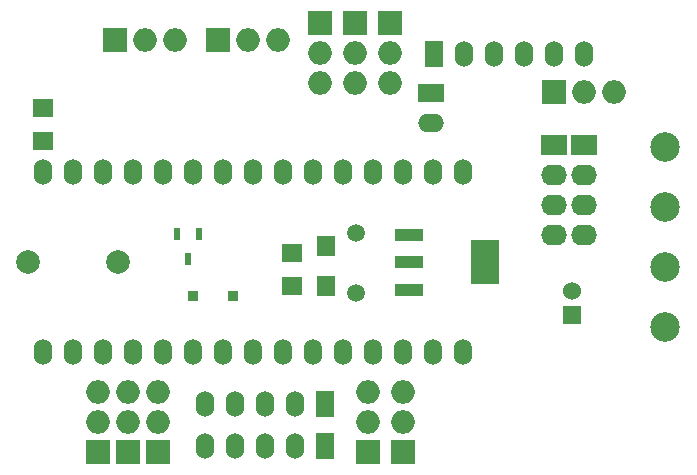
<source format=gbr>
G04 #@! TF.GenerationSoftware,KiCad,Pcbnew,(5.1.4)-1*
G04 #@! TF.CreationDate,2020-10-21T23:09:18-03:00*
G04 #@! TF.ProjectId,2020 - Equisdecito,32303230-202d-4204-9571-756973646563,rev?*
G04 #@! TF.SameCoordinates,Original*
G04 #@! TF.FileFunction,Soldermask,Top*
G04 #@! TF.FilePolarity,Negative*
%FSLAX46Y46*%
G04 Gerber Fmt 4.6, Leading zero omitted, Abs format (unit mm)*
G04 Created by KiCad (PCBNEW (5.1.4)-1) date 2020-10-21 23:09:18*
%MOMM*%
%LPD*%
G04 APERTURE LIST*
%ADD10O,1.524000X2.197100*%
%ADD11O,1.524000X2.199640*%
%ADD12C,2.000000*%
%ADD13R,1.524000X2.199640*%
%ADD14O,2.200000X1.750000*%
%ADD15R,2.200000X1.750000*%
%ADD16C,2.500000*%
%ADD17O,2.199640X1.524000*%
%ADD18R,2.199640X1.524000*%
%ADD19O,2.000000X2.000000*%
%ADD20R,2.000000X2.000000*%
%ADD21R,1.524000X1.524000*%
%ADD22C,1.524000*%
%ADD23C,1.501140*%
%ADD24R,1.803400X1.600200*%
%ADD25R,2.400000X1.000000*%
%ADD26R,2.400000X3.800000*%
%ADD27R,1.500000X1.700000*%
%ADD28R,0.850900X0.850900*%
%ADD29R,0.599440X1.000760*%
G04 APERTURE END LIST*
D10*
X149780000Y-104620000D03*
X147240000Y-104620000D03*
X144700000Y-104620000D03*
X142160000Y-104620000D03*
X139620000Y-104620000D03*
X137080000Y-104620000D03*
X134540000Y-104620000D03*
X132000000Y-104620000D03*
X129460000Y-104620000D03*
X126920000Y-104620000D03*
X124380000Y-104620000D03*
D11*
X121840000Y-104620000D03*
X119300000Y-104620000D03*
X116760000Y-104620000D03*
X114220000Y-104620000D03*
X114220000Y-89380000D03*
X116760000Y-89380000D03*
X119300000Y-89380000D03*
X121840000Y-89380000D03*
X124380000Y-89380000D03*
X126920000Y-89380000D03*
X129460000Y-89380000D03*
X132000000Y-89380000D03*
X134540000Y-89380000D03*
X137080000Y-89380000D03*
X139620000Y-89380000D03*
X142160000Y-89380000D03*
X144700000Y-89380000D03*
X147240000Y-89380000D03*
X149780000Y-89380000D03*
D12*
X120550000Y-97000000D03*
X112950000Y-97000000D03*
D11*
X159960000Y-79330000D03*
X157420000Y-79330000D03*
X154880000Y-79330000D03*
X152340000Y-79330000D03*
X149800000Y-79330000D03*
D13*
X147260000Y-79330000D03*
D14*
X159990000Y-94652000D03*
X159990000Y-92112000D03*
X159990000Y-89572000D03*
D15*
X159990000Y-87032000D03*
D14*
X157450000Y-94652000D03*
X157450000Y-92112000D03*
X157450000Y-89572000D03*
D15*
X157450000Y-87032000D03*
D16*
X166878000Y-87228000D03*
X166878000Y-92308000D03*
D17*
X147040000Y-85190000D03*
D18*
X147040000Y-82650000D03*
D19*
X118872000Y-107960000D03*
X118872000Y-110500000D03*
D20*
X118872000Y-113040000D03*
D21*
X158960000Y-101460000D03*
D22*
X158960000Y-99460000D03*
D20*
X128960000Y-78200000D03*
D19*
X131500000Y-78200000D03*
X134040000Y-78200000D03*
D23*
X140716000Y-99568000D03*
X140716000Y-94488000D03*
D11*
X127880000Y-109000000D03*
X130420000Y-109000000D03*
X132960000Y-109000000D03*
X135500000Y-109000000D03*
D13*
X138040000Y-109000000D03*
X138080000Y-112500000D03*
D11*
X135540000Y-112500000D03*
X133000000Y-112500000D03*
X130460000Y-112500000D03*
X127920000Y-112500000D03*
D16*
X166878000Y-102468000D03*
X166878000Y-97388000D03*
D24*
X135280000Y-98967000D03*
X135280000Y-96173000D03*
D25*
X145200000Y-94700000D03*
X145200000Y-97000000D03*
X145200000Y-99300000D03*
D26*
X151650000Y-97000000D03*
D19*
X123952000Y-107960000D03*
X123952000Y-110500000D03*
D20*
X123952000Y-113040000D03*
X141700000Y-113040000D03*
D19*
X141700000Y-110500000D03*
X141700000Y-107960000D03*
X144700000Y-107960000D03*
X144700000Y-110500000D03*
D20*
X144700000Y-113040000D03*
X157460000Y-82590000D03*
D19*
X160000000Y-82590000D03*
X162540000Y-82590000D03*
D20*
X121412000Y-113040000D03*
D19*
X121412000Y-110500000D03*
X121412000Y-107960000D03*
D20*
X143600000Y-76760000D03*
D19*
X143600000Y-79300000D03*
X143600000Y-81840000D03*
X140600000Y-81840000D03*
X140600000Y-79300000D03*
D20*
X140600000Y-76760000D03*
X137600000Y-76760000D03*
D19*
X137600000Y-79300000D03*
X137600000Y-81840000D03*
X125330000Y-78150000D03*
X122790000Y-78150000D03*
D20*
X120250000Y-78150000D03*
D27*
X138176000Y-95582000D03*
X138176000Y-98982000D03*
D28*
X130253860Y-99880000D03*
X126906140Y-99880000D03*
D29*
X127422500Y-94593360D03*
X126470000Y-96706640D03*
X125517500Y-94593360D03*
D24*
X114220000Y-86747000D03*
X114220000Y-83953000D03*
M02*

</source>
